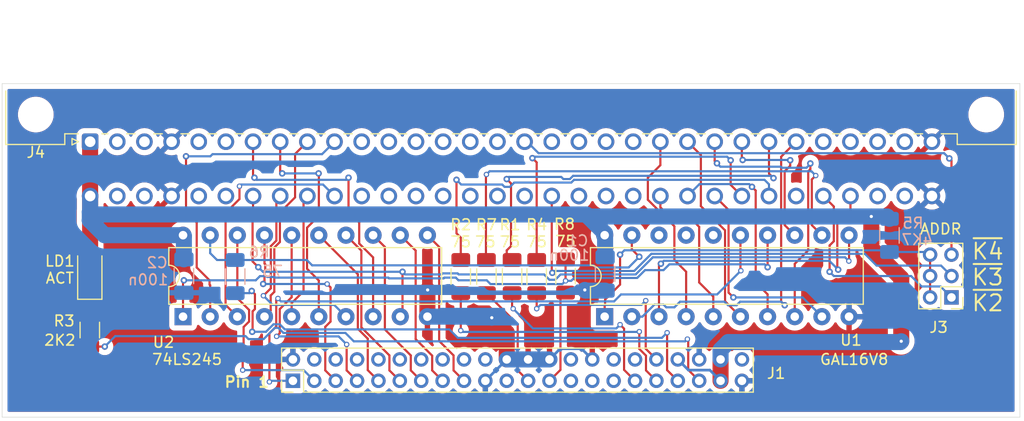
<source format=kicad_pcb>
(kicad_pcb (version 20240108) (generator "pcbnew") (generator_version "8.0")
  (layers (0 "F.Cu" signal) (31 "B.Cu" signal) (34 "B.Paste" user) (35 "F.Paste" user) (36 "B.SilkS" user "B.Silkscreen") (37 "F.SilkS" user "F.Silkscreen") (38 "B.Mask" user) (39 "F.Mask" user) (44 "Edge.Cuts" user))
  (net 0 "")
  (net 1 "GND")
  (net 2 "+5V")
  (net 3 "/A0")
  (net 4 "/R~{W}")
  (net 5 "/~{K4}")
  (net 6 "/A5")
  (net 7 "/A7")
  (net 8 "/A4")
  (net 9 "/A2")
  (net 10 "/~{K3}")
  (net 11 "/A6")
  (net 12 "/D0")
  (net 13 "/D4")
  (net 14 "/A1")
  (net 15 "/A9")
  (net 16 "/A8")
  (net 17 "/D7")
  (net 18 "/D5")
  (net 19 "/A3")
  (net 20 "/D2")
  (net 21 "/D3")
  (net 22 "/~{K2}")
  (net 23 "/D6")
  (net 24 "/D1")
  (net 25 "/BD0")
  (net 26 "/BD6")
  (net 27 "/BD4")
  (net 28 "/~{DIOR}")
  (net 29 "/BD1")
  (net 30 "/BD2")
  (net 31 "/BD5")
  (net 32 "/~{DIOW}")
  (net 33 "/BD7")
  (net 34 "/~{RST}")
  (net 35 "/BD3")
  (net 36 "/~{KX}")
  (net 39 "/~{KXD}")
  (net 59 "Net-(J1-DA2)")
  (net 67 "Net-(J1-~{DSAP})")
  (net 74 "Net-(J1-DA1)")
  (net 80 "Net-(J1-~{CS0})")
  (net 90 "Net-(J1-DA0)")
  (net 96 "/PHI2")
  (net 99 "Net-(LD1-K)")
  (net 100 "Net-(J1-~{DIOW})")
  (net 101 "Net-(J1-~{DIOR})")
  (footprint "Resistor_SMD:R_1206_3216Metric_Pad1.30x1.75mm_HandSolder" (layer "F.Cu") (at 131.5 66.4 -90)
    (property "Reference" "R8")
    (property "Value" "75")
  )
  (footprint "Package_DIP:DIP-20_W7.62mm" (layer "F.Cu") (at 95.72 70.2 90)
    (property "Reference" "U2")
    (property "Value" "74LS245")
  )
  (footprint "LED_SMD:LED_1206_3216Metric_Pad1.42x1.75mm_HandSolder" (layer "F.Cu") (at 87 66.1125 90)
    (property "Reference" "LD1")
    (property "Value" "ACT")
  )
  (footprint "Connector_PinHeader_2.00mm:PinHeader_2x03_P2.00mm_Vertical" (layer "F.Cu") (at 167.6 68.4 180)
    (property "Reference" "J3")
    (property "Value" "ADDR")
  )
  (footprint "Resistor_SMD:R_1206_3216Metric_Pad1.30x1.75mm_HandSolder" (layer "F.Cu") (at 124.1 66.45 -90)
    (property "Reference" "R7")
    (property "Value" "75")
  )
  (footprint "Resistor_SMD:R_1206_3216Metric_Pad1.30x1.75mm_HandSolder" (layer "F.Cu") (at 126.5 66.45 -90)
    (property "Reference" "R1")
    (property "Value" "75")
  )
  (footprint "Resistor_SMD:R_1206_3216Metric_Pad1.30x1.75mm_HandSolder" (layer "F.Cu") (at 87 71.45 -90)
    (property "Reference" "R3")
    (property "Value" "2K2")
  )
  (footprint "Package_DIP:DIP-20_W7.62mm" (layer "F.Cu") (at 135.16 70.2 90)
    (property "Reference" "U1")
    (property "Value" "GAL16V8")
  )
  (footprint "Resistor_SMD:R_1206_3216Metric_Pad1.30x1.75mm_HandSolder" (layer "F.Cu") (at 121.7 66.45 -90)
    (property "Reference" "R2")
    (property "Value" "75")
  )
  (footprint "Resistor_SMD:R_1206_3216Metric_Pad1.30x1.75mm_HandSolder" (layer "F.Cu") (at 128.8 66.45 90)
    (property "Reference" "R4")
    (property "Value" "75")
  )
  (footprint "Connector_DIN:DIN41612_C_2x32_Male_Horizontal_THT" (layer "F.Cu") (at 87.03 53.835)
    (property "Reference" "J4")
    (property "Value" "JC2_DIN41612_02x32_AC")
  )
  (footprint "Connector_PinHeader_2.00mm:PinHeader_2x22_P2.00mm_Vertical" (layer "F.Cu") (at 106 76.2 90)
    (property "Reference" "J1")
    (property "Value" "IDE-44_Header")
  )
  (footprint "Resistor_SMD:R_1206_3216Metric_Pad1.30x1.75mm_HandSolder" (layer "B.Cu") (at 100.6 66.45 -90)
    (property "Reference" "R6")
    (property "Value" "75")
  )
  (footprint "Capacitor_SMD:C_1206_3216Metric_Pad1.33x1.80mm_HandSolder" (layer "B.Cu") (at 135.2 66.2 -90)
    (property "Reference" "C1")
    (property "Value" "100n")
  )
  (footprint "Resistor_SMD:R_1206_3216Metric_Pad1.30x1.75mm_HandSolder" (layer "B.Cu") (at 161.8 62.6 90)
    (property "Reference" "R5")
    (property "Value" "4K7")
  )
  (footprint "Capacitor_SMD:C_1206_3216Metric_Pad1.33x1.80mm_HandSolder" (layer "B.Cu") (at 95.8 66.4 -90)
    (property "Reference" "C2")
    (property "Value" "100n")
  )
  (gr_line (start 174 48.4) (end 174 79.6) (stroke (width 0.05)) (layer "Edge.Cuts"))
  (gr_line (start 174 79.6) (end 78.8 79.6) (stroke (width 0.05)) (layer "Edge.Cuts"))
  (gr_line (start 78.8 48.4) (end 174 48.4) (stroke (width 0.05)) (layer "Edge.Cuts"))
  (gr_line (start 78.8 79.6) (end 78.8 48.4) (stroke (width 0.05)) (layer "Edge.Cuts"))
  (gr_text "~{K4}\n~{K3}\n~{K2}" (at 169.4 69.8 0) (layer "F.SilkS") (effects (font (size 1.5 1.5) (thickness 0.1875)) (justify left bottom)))
  (gr_text "Pin 1" (at 99.5 76.9 0) (layer "F.SilkS") (effects (font (size 1 1) (thickness 0.2) (bold yes)) (justify left bottom)))
  (segment (start 124.6 70.3) (end 126 71.7) (width 1.5) (layer "F.Cu") (net 1))
  (segment (start 118.58 70.2) (end 118.58 67.72) (width 1.5) (layer "F.Cu") (net 1))
  (segment (start 126 71.7) (end 126 74.2) (width 1.5) (layer "F.Cu") (net 1))
  (segment (start 118.58 67.72) (end 118.6 67.7) (width 1.5) (layer "F.Cu") (net 1))
  (via (at 118.6 67.7) (size 0.5) (drill 0.3) (layers "F.Cu" "B.Cu") (net 1))
  (via (at 133.3 67.7) (size 0.5) (drill 0.3) (layers "F.Cu" "B.Cu") (net 1))
  (via (at 124.6 70.3) (size 0.5) (drill 0.3) (layers "F.Cu" "B.Cu") (net 1))
  (segment (start 133 73.2) (end 134 74.2) (width 0.25) (layer "B.Cu") (net 1))
  (segment (start 118.58 70.2) (end 124.5 70.2) (width 1.5) (layer "B.Cu") (net 1))
  (segment (start 130 74.2) (end 131 73.2) (width 0.25) (layer "B.Cu") (net 1))
  (segment (start 131 73.2) (end 133 73.2) (width 0.25) (layer "B.Cu") (net 1))
  (segment (start 135.2 67.7625) (end 133.3625 67.7625) (width 1.5) (layer "B.Cu") (net 1))
  (segment (start 128 74.2) (end 130 74.2) (width 1.5) (layer "B.Cu") (net 1))
  (segment (start 124.5 70.2) (end 124.6 70.3) (width 1.5) (layer "B.Cu") (net 1))
  (segment (start 124 76.2) (end 126 74.2) (width 0.25) (layer "B.Cu") (net 1))
  (segment (start 133.3625 67.7625) (end 133.3 67.7) (width 1.5) (layer "B.Cu") (net 1))
  (segment (start 126 74.2) (end 128 74.2) (width 1.5) (layer "B.Cu") (net 1))
  (segment (start 87.03 64.595) (end 87 64.625) (width 1.5) (layer "F.Cu") (net 2))
  (segment (start 160.1 63.8) (end 160.1 60.83) (width 1.5) (layer "F.Cu") (net 2))
  (segment (start 146 76.2) (end 146 74.2) (width 1.5) (layer "F.Cu") (net 2))
  (segment (start 162.9 66.6) (end 160.1 63.8) (width 1.5) (layer "F.Cu") (net 2))
  (segment (start 87.03 58.915) (end 87.03 64.595) (width 1.5) (layer "F.Cu") (net 2))
  (segment (start 87.03 53.835) (end 87.03 58.915) (width 1.5) (layer "F.Cu") (net 2))
  (segment (start 162.9 72.5) (end 162.9 66.6) (width 1.5) (layer "F.Cu") (net 2))
  (via (at 160.1 60.83) (size 0.5) (drill 0.3) (layers "F.Cu" "B.Cu") (net 2))
  (via (at 162.9 72.5) (size 0.5) (drill 0.3) (layers "F.Cu" "B.Cu") (net 2))
  (segment (start 146 74.2) (end 146 73.3) (width 1.5) (layer "B.Cu") (net 2))
  (segment (start 146.725 72.575) (end 162.825 72.575) (width 1.5) (layer "B.Cu") (net 2))
  (segment (start 87 61.2) (end 87.56 60.64) (width 1.5) (layer "B.Cu") (net 2))
  (segment (start 95.8 64.8375) (end 95.8 62.66) (width 1.5) (layer "B.Cu") (net 2))
  (segment (start 161.58 60.83) (end 160.1 60.83) (width 1.5) (layer "B.Cu") (net 2))
  (segment (start 135.2 62.42) (end 135.16 62.38) (width 1.5) (layer "B.Cu") (net 2))
  (segment (start 161.8 61.05) (end 161.58 60.83) (width 1.5) (layer "B.Cu") (net 2))
  (segment (start 88.38 62.58) (end 87 61.2) (width 1.5) (layer "B.Cu") (net 2))
  (segment (start 133.61 60.83) (end 133.42 60.64) (width 1.5) (layer "B.Cu") (net 2))
  (segment (start 143 75.2) (end 145 75.2) (width 0.25) (layer "B.Cu") (net 2))
  (segment (start 162.825 72.575) (end 162.9 72.5) (width 1.5) (layer "B.Cu") (net 2))
  (segment (start 95.8 62.66) (end 95.72 62.58) (width 1.5) (layer "B.Cu") (net 2))
  (segment (start 145 75.2) (end 146 76.2) (width 0.25) (layer "B.Cu") (net 2))
  (segment (start 133.42 60.64) (end 135.16 62.38) (width 1.5) (layer "B.Cu") (net 2))
  (segment (start 87 61.2) (end 87 60.4) (width 1.5) (layer "B.Cu") (net 2))
  (segment (start 87 60.4) (end 87.03 60.37) (width 1.5) (layer "B.Cu") (net 2))
  (segment (start 95.72 62.58) (end 88.38 62.58) (width 1.5) (layer "B.Cu") (net 2))
  (segment (start 160.1 60.83) (end 133.61 60.83) (width 1.5) (layer "B.Cu") (net 2))
  (segment (start 87.56 60.64) (end 133.42 60.64) (width 1.5) (layer "B.Cu") (net 2))
  (segment (start 146 73.3) (end 146.725 72.575) (width 1.5) (layer "B.Cu") (net 2))
  (segment (start 87.03 60.37) (end 87.03 58.915) (width 1.5) (layer "B.Cu") (net 2))
  (segment (start 135.2 64.4) (end 135.2 62.42) (width 1.5) (layer "B.Cu") (net 2))
  (segment (start 142 74.2) (end 143 75.2) (width 0.25) (layer "B.Cu") (net 2))
  (segment (start 121.3 62.4) (end 121.7 62.8) (width 0.2) (layer "F.Cu") (net 3))
  (segment (start 121.3 57.4) (end 121.3 62.4) (width 0.2) (layer "F.Cu") (net 3))
  (segment (start 121.7 62.8) (end 121.7 64.9) (width 0.2) (layer "F.Cu") (net 3))
  (via (at 121.3 57.4) (size 0.6) (drill 0.3) (layers "F.Cu" "B.Cu") (net 3))
  (segment (start 121.74 57.84) (end 125.57528 57.84) (width 0.2) (layer "B.Cu") (net 3))
  (segment (start 150.111015 57.4) (end 150.53 57.818985) (width 0.2) (layer "B.Cu") (net 3))
  (segment (start 125.57528 57.84) (end 125.79528 58.06) (width 0.2) (layer "B.Cu") (net 3))
  (segment (start 132.294824 57.4) (end 150.111015 57.4) (width 0.2) (layer "B.Cu") (net 3))
  (segment (start 125.79528 58.06) (end 126.299877 58.06) (width 0.2) (layer "B.Cu") (net 3))
  (segment (start 132.037824 57.657) (end 132.294824 57.4) (width 0.2) (layer "B.Cu") (net 3))
  (segment (start 121.3 57.4) (end 121.74 57.84) (width 0.2) (layer "B.Cu") (net 3))
  (segment (start 150.53 57.818985) (end 150.53 58.915) (width 0.2) (layer "B.Cu") (net 3))
  (segment (start 126.299877 58.06) (end 126.702877 57.657) (width 0.2) (layer "B.Cu") (net 3))
  (segment (start 126.702877 57.657) (end 132.037824 57.657) (width 0.2) (layer "B.Cu") (net 3))
  (segment (start 156.92 61.48) (end 158.15 60.25) (width 0.2) (layer "F.Cu") (net 4))
  (segment (start 158.15 60.25) (end 158.15 58.915) (width 0.2) (layer "F.Cu") (net 4))
  (segment (start 140.24 70.2) (end 140.24 65.426753) (width 0.2) (layer "F.Cu") (net 4))
  (segment (start 157 65.8) (end 156.92 65.72) (width 0.2) (layer "F.Cu") (net 4))
  (segment (start 140.24 65.426753) (end 140.419753 65.247) (width 0.2) (layer "F.Cu") (net 4))
  (segment (start 156.92 65.72) (end 156.92 61.48) (width 0.2) (layer "F.Cu") (net 4))
  (via (at 140.419753 65.247) (size 0.6) (drill 0.3) (layers "F.Cu" "B.Cu") (net 4))
  (via (at 157 65.8) (size 0.6) (drill 0.3) (layers "F.Cu" "B.Cu") (net 4))
  (segment (start 140.419753 65.247) (end 140.692753 64.974) (width 0.2) (layer "B.Cu") (net 4))
  (segment (start 140.692753 64.974) (end 156.174 64.974) (width 0.2) (layer "B.Cu") (net 4))
  (segment (start 156.174 64.974) (end 157 65.8) (width 0.2) (layer "B.Cu") (net 4))
  (segment (start 167.6 64.4) (end 167.6 55.6) (width 0.2) (layer "F.Cu") (net 5))
  (segment (start 167.6 55.6) (end 167.4 55.4) (width 0.2) (layer "F.Cu") (net 5))
  (via (at 167.4 55.4) (size 0.6) (drill 0.3) (layers "F.Cu" "B.Cu") (net 5))
  (segment (start 167.4 55.4) (end 166.91 54.91) (width 0.2) (layer "B.Cu") (net 5))
  (segment (start 128.972376 54.91) (end 127.897376 53.835) (width 0.2) (layer "B.Cu") (net 5))
  (segment (start 166.91 54.91) (end 128.972376 54.91) (width 0.2) (layer "B.Cu") (net 5))
  (segment (start 152.94 65.26) (end 154.2 64) (width 0.2) (layer "F.Cu") (net 6))
  (segment (start 154.398668 56.401332) (end 154.398668 55.87) (width 0.2) (layer "F.Cu") (net 6))
  (segment (start 145.45 53.835) (end 145.45 55.638896) (width 0.2) (layer "F.Cu") (net 6))
  (segment (start 154.2 64) (end 154.2 56.6) (width 0.2) (layer "F.Cu") (net 6))
  (segment (start 152.94 70.2) (end 152.94 65.26) (width 0.2) (layer "F.Cu") (net 6))
  (segment (start 154.2 56.6) (end 154.398668 56.401332) (width 0.2) (layer "F.Cu") (net 6))
  (segment (start 145.45 55.638896) (end 145.663359 55.852255) (width 0.2) (layer "F.Cu") (net 6))
  (via (at 154.398668 55.87) (size 0.6) (drill 0.3) (layers "F.Cu" "B.Cu") (net 6))
  (via (at 145.663359 55.852255) (size 0.6) (drill 0.3) (layers "F.Cu" "B.Cu") (net 6))
  (segment (start 151.635448 56.173) (end 151.735448 56.273) (width 0.2) (layer "B.Cu") (net 6))
  (segment (start 145.984104 56.173) (end 151.635448 56.173) (width 0.2) (layer "B.Cu") (net 6))
  (segment (start 145.663359 55.852255) (end 145.984104 56.173) (width 0.2) (layer "B.Cu") (net 6))
  (segment (start 151.735448 56.273) (end 154.035448 56.273) (width 0.2) (layer "B.Cu") (net 6))
  (segment (start 154.398668 55.90978) (end 154.398668 55.87) (width 0.2) (layer "B.Cu") (net 6))
  (segment (start 154.035448 56.273) (end 154.398668 55.90978) (width 0.2) (layer "B.Cu") (net 6))
  (segment (start 144.157537 55.082537) (end 144.157537 59.861902) (width 0.2) (layer "F.Cu") (net 7))
  (segment (start 144.157537 59.861902) (end 146.42 62.124365) (width 0.2) (layer "F.Cu") (net 7))
  (segment (start 146.42 68.76) (end 147.86 70.2) (width 0.2) (layer "F.Cu") (net 7))
  (segment (start 146.42 62.124365) (end 146.42 68.76) (width 0.2) (layer "F.Cu") (net 7))
  (segment (start 142.91 53.835) (end 144.157537 55.082537) (width 0.2) (layer "F.Cu") (net 7))
  (segment (start 146.747 67.947) (end 147.2 68.4) (width 0.2) (layer "F.Cu") (net 8))
  (segment (start 145.45 58.915) (end 146.747 60.212) (width 0.2) (layer "F.Cu") (net 8))
  (segment (start 146.747 60.212) (end 146.747 67.947) (width 0.2) (layer "F.Cu") (net 8))
  (via (at 147.2 68.4) (size 0.6) (drill 0.3) (layers "F.Cu" "B.Cu") (net 8))
  (segment (start 153.68 68.4) (end 155.48 70.2) (width 0.2) (layer "B.Cu") (net 8))
  (segment (start 147.2 68.4) (end 153.68 68.4) (width 0.2) (layer "B.Cu") (net 8))
  (segment (start 147.99 58.915) (end 146.943375 57.868375) (width 0.2) (layer "F.Cu") (net 9))
  (segment (start 128.8 64.9) (end 128.8 55.77) (width 0.2) (layer "F.Cu") (net 9))
  (segment (start 146.943375 57.868375) (end 146.943375 55.573238) (width 0.2) (layer "F.Cu") (net 9))
  (segment (start 128.8 55.77) (end 128.4 55.37) (width 0.2) (layer "F.Cu") (net 9))
  (via (at 128.4 55.37) (size 0.6) (drill 0.3) (layers "F.Cu" "B.Cu") (net 9))
  (via (at 146.943375 55.573238) (size 0.6) (drill 0.3) (layers "F.Cu" "B.Cu") (net 9))
  (segment (start 128.533 55.237) (end 128.4 55.37) (width 0.2) (layer "B.Cu") (net 9))
  (segment (start 146.607137 55.237) (end 128.533 55.237) (width 0.2) (layer "B.Cu") (net 9))
  (segment (start 146.943375 55.573238) (end 146.607137 55.237) (width 0.2) (layer "B.Cu") (net 9))
  (segment (start 130.21 66.046485) (end 130.263515 66.1) (width 0.2) (layer "F.Cu") (net 10))
  (segment (start 130.21 58.915) (end 130.21 66.046485) (width 0.2) (layer "F.Cu") (net 10))
  (via (at 130.263515 66.1) (size 0.6) (drill 0.3) (layers "F.Cu" "B.Cu") (net 10))
  (segment (start 137.921529 65.927) (end 139.528529 64.32) (width 0.2) (layer "B.Cu") (net 10))
  (segment (start 160.6 65.425) (end 166.625 65.425) (width 0.2) (layer "B.Cu") (net 10))
  (segment (start 159.495 64.32) (end 160.6 65.425) (width 0.2) (layer "B.Cu") (net 10))
  (segment (start 139.528529 64.32) (end 159.495 64.32) (width 0.2) (layer "B.Cu") (net 10))
  (segment (start 130.436515 65.927) (end 137.921529 65.927) (width 0.2) (layer "B.Cu") (net 10))
  (segment (start 166.625 65.425) (end 167.6 66.4) (width 0.2) (layer "B.Cu") (net 10))
  (segment (start 130.263515 66.1) (end 130.436515 65.927) (width 0.2) (layer "B.Cu") (net 10))
  (segment (start 150.4 68.113) (end 150.4 70.2) (width 0.2) (layer "F.Cu") (net 11))
  (segment (start 149.287 67) (end 149.287 58.40624) (width 0.2) (layer "F.Cu") (net 11))
  (segment (start 149.287 67) (end 150.4 68.113) (width 0.2) (layer "F.Cu") (net 11))
  (segment (start 149.287 58.40624) (end 148.94038 58.05962) (width 0.2) (layer "F.Cu") (net 11))
  (via (at 148.94038 58.05962) (size 0.6) (drill 0.3) (layers "F.Cu" "B.Cu") (net 11))
  (segment (start 148.68076 57.8) (end 148.94038 58.05962) (width 0.2) (layer "B.Cu") (net 11))
  (segment (start 144.025 57.8) (end 148.68076 57.8) (width 0.2) (layer "B.Cu") (net 11))
  (segment (start 142.91 58.915) (end 144.025 57.8) (width 0.2) (layer "B.Cu") (net 11))
  (segment (start 158 64.8) (end 158.02 64.78) (width 0.2) (layer "F.Cu") (net 12))
  (segment (start 102.27 60.011015) (end 102.224779 60.056236) (width 0.2) (layer "F.Cu") (net 12))
  (segment (start 158.02 64.78) (end 158.02 62.58) (width 0.2) (layer "F.Cu") (net 12))
  (segment (start 158 65) (end 158 64.8) (width 0.2) (layer "F.Cu") (net 12))
  (segment (start 116.25 69.99) (end 116.25 66.002193) (width 0.2) (layer "F.Cu") (net 12))
  (segment (start 102.224779 60.056236) (end 102.224779 65.034829) (width 0.2) (layer "F.Cu") (net 12))
  (segment (start 102.224779 65.034829) (end 102.760143 65.570193) (width 0.2) (layer "F.Cu") (net 12))
  (segment (start 102.27 58.915) (end 102.27 60.011015) (width 0.2) (layer "F.Cu") (net 12))
  (via (at 158 65) (size 0.5) (drill 0.3) (layers "F.Cu" "B.Cu") (net 12))
  (via (at 102.760143 65.570193) (size 0.6) (drill 0.3) (layers "F.Cu" "B.Cu") (net 12))
  (via (at 116.25 66.002193) (size 0.6) (drill 0.3) (layers "F.Cu" "B.Cu") (net 12))
  (segment (start 121.400611 66.15) (end 119.99939 66.15) (width 0.2) (layer "B.Cu") (net 12))
  (segment (start 129.494276 66.25) (end 121.500611 66.25) (width 0.2) (layer "B.Cu") (net 12))
  (segment (start 116.497807 66.25) (end 116.25 66.002193) (width 0.2) (layer "B.Cu") (net 12))
  (segment (start 103.18995 66) (end 102.760143 65.570193) (width 0.2) (layer "B.Cu") (net 12))
  (segment (start 116.247807 66) (end 103.18995 66) (width 0.2) (layer "B.Cu") (net 12))
  (segment (start 129.994276 66.75) (end 129.494276 66.25) (width 0.2) (layer "B.Cu") (net 12))
  (segment (start 131.028754 66.254) (end 130.532754 66.75) (width 0.2) (layer "B.Cu") (net 12))
  (segment (start 138.056977 66.254) (end 131.028754 66.254) (width 0.2) (layer "B.Cu") (net 12))
  (segment (start 119.99939 66.15) (end 119.89939 66.25) (width 0.2) (layer "B.Cu") (net 12))
  (segment (start 130.532754 66.75) (end 129.994276 66.75) (width 0.2) (layer "B.Cu") (net 12))
  (segment (start 158 65) (end 157.647 64.647) (width 0.2) (layer "B.Cu") (net 12))
  (segment (start 119.89939 66.25) (end 116.497807 66.25) (width 0.2) (layer "B.Cu") (net 12))
  (segment (start 139.663977 64.647) (end 138.056977 66.254) (width 0.2) (layer "B.Cu") (net 12))
  (segment (start 121.500611 66.25) (end 121.400611 66.15) (width 0.2) (layer "B.Cu") (net 12))
  (segment (start 116.25 66.002193) (end 116.247807 66) (width 0.2) (layer "B.Cu") (net 12))
  (segment (start 157.647 64.647) (end 139.663977 64.647) (width 0.2) (layer "B.Cu") (net 12))
  (segment (start 105.88 68.933) (end 106.993 67.82) (width 0.2) (layer "F.Cu") (net 13))
  (segment (start 105.88 70.2) (end 105.88 68.933) (width 0.2) (layer "F.Cu") (net 13))
  (segment (start 106.993 67.82) (end 106.993 59.272) (width 0.2) (layer "F.Cu") (net 13))
  (segment (start 126 64) (end 126.4 63.6) (width 0.2) (layer "F.Cu") (net 14))
  (segment (start 126.4 63.6) (end 126.4 57.732499) (width 0.2) (layer "F.Cu") (net 14))
  (segment (start 150.53 53.835) (end 150.53 56.818133) (width 0.2) (layer "F.Cu") (net 14))
  (segment (start 126.4 57.732499) (end 125.997501 57.33) (width 0.2) (layer "F.Cu") (net 14))
  (segment (start 126 64.9) (end 126 64) (width 0.2) (layer "F.Cu") (net 14))
  (segment (start 150.53 56.818133) (end 150.95161 57.239743) (width 0.2) (layer "F.Cu") (net 14))
  (via (at 150.95161 57.239743) (size 0.6) (drill 0.3) (layers "F.Cu" "B.Cu") (net 14))
  (via (at 125.997501 57.33) (size 0.6) (drill 0.3) (layers "F.Cu" "B.Cu") (net 14))
  (segment (start 131.297624 57.33) (end 131.097624 57.13) (width 0.2) (layer "B.Cu") (net 14))
  (segment (start 150.95161 57.239743) (end 150.738867 57.027) (width 0.2) (layer "B.Cu") (net 14))
  (segment (start 126.197501 57.13) (end 125.997501 57.33) (width 0.2) (layer "B.Cu") (net 14))
  (segment (start 131.902376 57.33) (end 131.297624 57.33) (width 0.2) (layer "B.Cu") (net 14))
  (segment (start 150.738867 57.027) (end 132.205376 57.027) (width 0.2) (layer "B.Cu") (net 14))
  (segment (start 132.205376 57.027) (end 131.902376 57.33) (width 0.2) (layer "B.Cu") (net 14))
  (segment (start 131.097624 57.13) (end 126.197501 57.13) (width 0.2) (layer "B.Cu") (net 14))
  (segment (start 139.2 59.26528) (end 139.2 57.2) (width 0.2) (layer "F.Cu") (net 15))
  (segment (start 140.37 56.03) (end 140.37 53.835) (width 0.2) (layer "F.Cu") (net 15))
  (segment (start 141.68 64.9) (end 141.68 61.74528) (width 0.2) (layer "F.Cu") (net 15))
  (segment (start 142.78 66) (end 142.78 70.2) (width 0.2) (layer "F.Cu") (net 15))
  (segment (start 142.78 66) (end 141.68 64.9) (width 0.2) (layer "F.Cu") (net 15))
  (segment (start 139.2 57.2) (end 140.37 56.03) (width 0.2) (layer "F.Cu") (net 15))
  (segment (start 141.68 61.74528) (end 139.2 59.26528) (width 0.2) (layer "F.Cu") (net 15))
  (segment (start 144 67) (end 144 61.8) (width 0.2) (layer "F.Cu") (net 16))
  (segment (start 145.32 70.2) (end 145.32 68.32) (width 0.2) (layer "F.Cu") (net 16))
  (segment (start 145.32 68.32) (end 144 67) (width 0.2) (layer "F.Cu") (net 16))
  (segment (start 140.37 59.97) (end 140.37 58.915) (width 0.2) (layer "F.Cu") (net 16))
  (segment (start 142.8 60.6) (end 141 60.6) (width 0.2) (layer "F.Cu") (net 16))
  (segment (start 144 61.8) (end 142.8 60.6) (width 0.2) (layer "F.Cu") (net 16))
  (segment (start 141 60.6) (end 140.37 59.97) (width 0.2) (layer "F.Cu") (net 16))
  (segment (start 98.2 66.8) (end 98.2 67.2) (width 0.2) (layer "F.Cu") (net 17))
  (segment (start 97 65.6) (end 97 61.4) (width 0.2) (layer "F.Cu") (net 17))
  (segment (start 97 65.6) (end 98.2 66.8) (width 0.2) (layer "F.Cu") (net 17))
  (segment (start 98.2 67.2) (end 98.26 67.26) (width 0.2) (layer "F.Cu") (net 17))
  (segment (start 96 60.4) (end 96 55.2) (width 0.2) (layer "F.Cu") (net 17))
  (segment (start 98.26 67.26) (end 98.26 70.2) (width 0.2) (layer "F.Cu") (net 17))
  (segment (start 97 61.4) (end 96 60.4) (width 0.2) (layer "F.Cu") (net 17))
  (via (at 96 55.2) (size 0.6) (drill 0.3) (layers "F.Cu" "B.Cu") (net 17))
  (segment (start 98.280761 55.2) (end 98.480761 55) (width 0.2) (layer "B.Cu") (net 17))
  (segment (start 98.480761 55) (end 108.725 55) (width 0.2) (layer "B.Cu") (net 17))
  (segment (start 108.725 55) (end 109.89 53.835) (width 0.2) (layer "B.Cu") (net 17))
  (segment (start 96 55.2) (end 98.280761 55.2) (width 0.2) (layer "B.Cu") (net 17))
  (segment (start 103.92 68.218334) (end 104.258383 67.879951) (width 0.2) (layer "F.Cu") (net 18))
  (segment (start 106.2 59.04528) (end 106.2 54.985) (width 0.2) (layer "F.Cu") (net 18))
  (segment (start 104.78 63.217552) (end 104.78 60.46528) (width 0.2) (layer "F.Cu") (net 18))
  (segment (start 104.258383 67.879951) (end 104.258383 63.739169) (width 0.2) (layer "F.Cu") (net 18))
  (segment (start 104.78 60.46528) (end 106.2 59.04528) (width 0.2) (layer "F.Cu") (net 18))
  (segment (start 103.34 70.2) (end 103.92 69.62) (width 0.2) (layer "F.Cu") (net 18))
  (segment (start 104.258383 63.739169) (end 104.78 63.217552) (width 0.2) (layer "F.Cu") (net 18))
  (segment (start 103.92 69.62) (end 103.92 68.218334) (width 0.2) (layer "F.Cu") (net 18))
  (segment (start 106.2 54.985) (end 107.35 53.835) (width 0.2) (layer "F.Cu") (net 18))
  (segment (start 152.513745 56.086255) (end 152.513745 55.565108) (width 0.2) (layer "F.Cu") (net 19))
  (segment (start 147.99 53.835) (end 147.99 55.467524) (width 0.2) (layer "F.Cu") (net 19))
  (segment (start 152.94 62.58) (end 151.995 61.635) (width 0.2) (layer "F.Cu") (net 19))
  (segment (start 151.995 56.605) (end 152.513745 56.086255) (width 0.2) (layer "F.Cu") (net 19))
  (segment (start 151.995 61.635) (end 151.995 56.605) (width 0.2) (layer "F.Cu") (net 19))
  (segment (start 147.99 55.467524) (end 148.065476 55.543) (width 0.2) (layer "F.Cu") (net 19))
  (via (at 152.513745 55.565108) (size 0.6) (drill 0.3) (layers "F.Cu" "B.Cu") (net 19))
  (via (at 148.065476 55.543) (size 0.6) (drill 0.3) (layers "F.Cu" "B.Cu") (net 19))
  (segment (start 152.491637 55.543) (end 152.513745 55.565108) (width 0.2) (layer "B.Cu") (net 19))
  (segment (start 148.065476 55.543) (end 152.491637 55.543) (width 0.2) (layer "B.Cu") (net 19))
  (segment (start 104.452998 63.082106) (end 103.931383 63.603721) (width 0.2) (layer "F.Cu") (net 20))
  (segment (start 103.931383 67.547955) (end 103.24 68.239338) (width 0.2) (layer "F.Cu") (net 20))
  (segment (start 104.452998 59.272002) (end 104.452998 63.082106) (width 0.2) (layer "F.Cu") (net 20))
  (segment (start 103.931383 63.603721) (end 103.931383 67.547955) (width 0.2) (layer "F.Cu") (net 20))
  (via (at 103.24 68.239338) (size 0.5) (drill 0.3) (layers "F.Cu" "B.Cu") (net 20))
  (segment (start 104.100662 69.1) (end 103.24 68.239338) (width 0.2) (layer "B.Cu") (net 20))
  (segment (start 110.96 70.2) (end 109.86 69.1) (width 0.2) (layer "B.Cu") (net 20))
  (segment (start 109.86 69.1) (end 104.100662 69.1) (width 0.2) (layer "B.Cu") (net 20))
  (segment (start 108.4 60.8) (end 108.4 60.4) (width 0.2) (layer "F.Cu") (net 21))
  (segment (start 107.32 65.72) (end 107.32 61.88) (width 0.2) (layer "F.Cu") (net 21))
  (segment (start 107.32 65.72) (end 108.42 66.82) (width 0.2) (layer "F.Cu") (net 21))
  (segment (start 107.32 61.88) (end 108.4 60.8) (width 0.2) (layer "F.Cu") (net 21))
  (segment (start 108.4 60.4) (end 108.425 60.375) (width 0.2) (layer "F.Cu") (net 21))
  (segment (start 108.42 70.2) (end 108.42 66.82) (width 0.2) (layer "F.Cu") (net 21))
  (segment (start 104.81 56.61) (end 104.81 53.835) (width 0.2) (layer "F.Cu") (net 21))
  (segment (start 108.425 56.825) (end 108.4 56.8) (width 0.2) (layer "F.Cu") (net 21))
  (segment (start 108.425 60.375) (end 108.425 56.825) (width 0.2) (layer "F.Cu") (net 21))
  (segment (start 105 56.8) (end 104.81 56.61) (width 0.2) (layer "F.Cu") (net 21))
  (via (at 108.4 56.8) (size 0.6) (drill 0.3) (layers "F.Cu" "B.Cu") (net 21))
  (via (at 105 56.8) (size 0.6) (drill 0.3) (layers "F.Cu" "B.Cu") (net 21))
  (segment (start 108.4 56.8) (end 105 56.8) (width 0.2) (layer "B.Cu") (net 21))
  (segment (start 155.61 58.915) (end 156.593 59.898) (width 0.2) (layer "F.Cu") (net 22))
  (segment (start 156.2 63.537552) (end 156.2 66) (width 0.2) (layer "F.Cu") (net 22))
  (segment (start 156.593 63.144552) (end 156.2 63.537552) (width 0.2) (layer "F.Cu") (net 22))
  (segment (start 156.593 59.898) (end 156.593 63.144552) (width 0.2) (layer "F.Cu") (net 22))
  (via (at 156.2 66) (size 0.6) (drill 0.3) (layers "F.Cu" "B.Cu") (net 22))
  (segment (start 156.2 66) (end 156.6 66.4) (width 0.2) (layer "B.Cu") (net 22))
  (segment (start 163.825 66.4) (end 164.8 67.375) (width 0.2) (layer "B.Cu") (net 22))
  (segment (start 166.575 67.375) (end 167.6 68.4) (width 0.2) (layer "B.Cu") (net 22))
  (segment (start 156.6 66.4) (end 163.825 66.4) (width 0.2) (layer "B.Cu") (net 22))
  (segment (start 164.8 67.375) (end 166.575 67.375) (width 0.2) (layer "B.Cu") (net 22))
  (segment (start 99.7 60.5) (end 101 59.2) (width 0.2) (layer "F.Cu") (net 23))
  (segment (start 101 59.2) (end 101 58) (width 0.2) (layer "F.Cu") (net 23))
  (segment (start 99.7 69.1) (end 99.7 60.5) (width 0.2) (layer "F.Cu") (net 23))
  (segment (start 100.8 70.2) (end 99.7 69.1) (width 0.2) (layer "F.Cu") (net 23))
  (via (at 101 58) (size 0.5) (drill 0.3) (layers "F.Cu" "B.Cu") (net 23))
  (segment (start 101.16 57.84) (end 108.815 57.84) (width 0.2) (layer "B.Cu") (net 23))
  (segment (start 108.815 57.84) (end 109.89 58.915) (width 0.2) (layer "B.Cu") (net 23))
  (segment (start 101 58) (end 101.16 57.84) (width 0.2) (layer "B.Cu") (net 23))
  (segment (start 113.5 70.2) (end 113.5 64.657552) (width 0.2) (layer "F.Cu") (net 24))
  (segment (start 112.2 61.4) (end 111.2 60.4) (width 0.2) (layer "F.Cu") (net 24))
  (segment (start 111.2 60.4) (end 111.2 57.2) (width 0.2) (layer "F.Cu") (net 24))
  (segment (start 102.27 57.07) (end 102.27 53.835) (width 0.2) (layer "F.Cu") (net 24))
  (segment (start 112.2 63.357552) (end 112.2 61.4) (width 0.2) (layer "F.Cu") (net 24))
  (segment (start 102.4 57.2) (end 102.27 57.07) (width 0.2) (layer "F.Cu") (net 24))
  (segment (start 113.5 64.657552) (end 112.2 63.357552) (width 0.2) (layer "F.Cu") (net 24))
  (via (at 111.2 57.2) (size 0.6) (drill 0.3) (layers "F.Cu" "B.Cu") (net 24))
  (via (at 102.4 57.2) (size 0.6) (drill 0.3) (layers "F.Cu" "B.Cu") (net 24))
  (segment (start 110.999997 57.400003) (end 102.600003 57.400003) (width 0.2) (layer "B.Cu") (net 24))
  (segment (start 102.600003 57.400003) (end 102.4 57.2) (width 0.2) (layer "B.Cu") (net 24))
  (segment (start 111.2 57.2) (end 110.999997 57.400003) (width 0.2) (layer "B.Cu") (net 24))
  (segment (start 121.025 73.825) (end 121.025 75.225) (width 0.2) (layer "F.Cu") (net 25))
  (segment (start 121.025 75.225) (end 122 76.2) (width 0.2) (layer "F.Cu") (net 25))
  (segment (start 119.68 63.68) (end 119.68 72.48) (width 0.2) (layer "F.Cu") (net 25))
  (segment (start 118.58 62.58) (end 119.68 63.68) (width 0.2) (layer "F.Cu") (net 25))
  (segment (start 119.68 72.48) (end 121.025 73.825) (width 0.2) (layer "F.Cu") (net 25))
  (segment (start 103.34 67.01638) (end 103.216 67.14038) (width 0.2) (layer "F.Cu") (net 26))
  (segment (start 109.025 71.150635) (end 109.52 70.655635) (width 0.2) (layer "F.Cu") (net 26))
  (segment (start 103.410143 65.839432) (end 103.34 65.909575) (width 0.2) (layer "F.Cu") (net 26))
  (segment (start 103.34 65.230811) (end 103.410143 65.300954) (width 0.2) (layer "F.Cu") (net 26))
  (segment (start 110 76.2) (end 109.025 75.225) (width 0.2) (layer "F.Cu") (net 26))
  (segment (start 103.410143 65.300954) (end 103.410143 65.839432) (width 0.2) (layer "F.Cu") (net 26))
  (segment (start 103.34 62.58) (end 103.34 65.230811) (width 0.2) (layer "F.Cu") (net 26))
  (segment (start 109.52 67.466) (end 109.2 67.146) (width 0.2) (layer "F.Cu") (net 26))
  (segment (start 109.52 70.655635) (end 109.52 67.466) (width 0.2) (layer "F.Cu") (net 26))
  (segment (start 103.34 65.909575) (end 103.34 67.01638) (width 0.2) (layer "F.Cu") (net 26))
  (segment (start 109.025 75.225) (end 109.025 71.150635) (width 0.2) (layer "F.Cu") (net 26))
  (via (at 103.216 67.14038) (size 0.6) (drill 0.3) (layers "F.Cu" "B.Cu") (net 26))
  (via (at 109.2 67.146) (size 0.5) (drill 0.3) (layers "F.Cu" "B.Cu") (net 26))
  (segment (start 109.2 67.146) (end 103.22162 67.146) (width 0.2) (layer "B.Cu") (net 26))
  (segment (start 103.22162 67.146) (end 103.216 67.14038) (width 0.2) (layer "B.Cu") (net 26))
  (segment (start 108.42 62.58) (end 112.073 66.233) (width 0.2) (layer "F.Cu") (net 27))
  (segment (start 113 72.262448) (end 113 75.2) (width 0.2) (layer "F.Cu") (net 27))
  (segment (start 112.073 66.233) (end 112.073 71.335448) (width 0.2) (layer "F.Cu") (net 27))
  (segment (start 112.073 71.335448) (end 113 72.262448) (width 0.2) (layer "F.Cu") (net 27))
  (segment (start 113 75.2) (end 114 76.2) (width 0.2) (layer "F.Cu") (net 27))
  (segment (start 95.72 66.88) (end 95.72 70.2) (width 0.2) (layer "F.Cu") (net 28))
  (segment (start 150.4 62.58) (end 150.4 65.574) (width 0.2) (layer "F.Cu") (net 28))
  (segment (start 131.5 64.85) (end 131.5 66.85) (width 0.2) (layer "F.Cu") (net 28))
  (segment (start 95.8 66.8) (end 95.72 66.88) (width 0.2) (layer "F.Cu") (net 28))
  (via (at 150.4 65.574) (size 0.6) (drill 0.3) (layers "F.Cu" "B.Cu") (net 28))
  (via (at 131.5 66.85) (size 0.5) (drill 0.3) (layers "F.Cu" "B.Cu") (net 28))
  (via (at 95.8 66.8) (size 0.6) (drill 0.3) (layers "F.Cu" "B.Cu") (net 28))
  (segment (start 103.518376 66.41038) (end 103.598376 66.49038) (width 0.2) (layer "B.Cu") (net 28))
  (segment (start 138.934 65.847) (end 140.668282 65.847) (width 0.2) (layer "B.Cu") (net 28))
  (segment (start 114.994429 66.619) (end 120.096075 66.619) (width 0.2) (layer "B.Cu") (net 28))
  (segment (start 141.214282 65.301) (end 150.127 65.301) (width 0.2) (layer "B.Cu") (net 28))
  (segment (start 102.524004 66.8) (end 102.913624 66.41038) (width 0.2) (layer "B.Cu") (net 28))
  (segment (start 124.13 66.8) (end 124.48 67.15) (width 0.2) (layer "B.Cu") (net 28))
  (segment (start 131.5 66.85) (end 132.031 66.85) (width 0.2) (layer "B.Cu") (net 28))
  (segment (start 104.259239 66.49038) (end 104.318859 66.55) (width 0.2) (layer "B.Cu") (net 28))
  (segment (start 120.165075 66.55) (end 121.234925 66.55) (width 0.2) (layer "B.Cu") (net 28))
  (segment (start 102.913624 66.41038) (end 103.518376 66.41038) (width 0.2) (layer "B.Cu") (net 28))
  (segment (start 121.234925 66.55) (end 121.484925 66.8) (width 0.2) (layer "B.Cu") (net 28))
  (segment (start 104.318859 66.55) (end 114.925429 66.55) (width 0.2) (layer "B.Cu") (net 28))
  (segment (start 138.2 66.581) (end 138.934 65.847) (width 0.2) (layer "B.Cu") (net 28))
  (segment (start 120.096075 66.619) (end 120.165075 66.55) (width 0.2) (layer "B.Cu") (net 28))
  (segment (start 132.3 66.581) (end 138.2 66.581) (width 0.2) (layer "B.Cu") (net 28))
  (segment (start 95.8 66.8) (end 102.524004 66.8) (width 0.2) (layer "B.Cu") (net 28))
  (segment (start 132.031 66.85) (end 132.3 66.581) (width 0.2) (layer "B.Cu") (net 28))
  (segment (start 114.925429 66.55) (end 114.994429 66.619) (width 0.2) (layer "B.Cu") (net 28))
  (segment (start 150.127 65.301) (end 150.4 65.574) (width 0.2) (layer "B.Cu") (net 28))
  (segment (start 140.668282 65.847) (end 141.214282 65.301) (width 0.2) (layer "B.Cu") (net 28))
  (segment (start 103.598376 66.49038) (end 104.259239 66.49038) (width 0.2) (layer "B.Cu") (net 28))
  (segment (start 131.5 66.85) (end 131.2 67.15) (width 0.2) (layer "B.Cu") (net 28))
  (segment (start 124.48 67.15) (end 131.2 67.15) (width 0.2) (layer "B.Cu") (net 28))
  (segment (start 121.484925 66.8) (end 124.13 66.8) (width 0.2) (layer "B.Cu") (net 28))
  (segment (start 119.025 75.225) (end 120 76.2) (width 0.2) (layer "F.Cu") (net 29))
  (segment (start 116.04 62.58) (end 117.48 64.02) (width 0.2) (layer "F.Cu") (net 29))
  (segment (start 117.48 72.301141) (end 119.025 73.846141) (width 0.2) (layer "F.Cu") (net 29))
  (segment (start 119.025 73.846141) (end 119.025 75.225) (width 0.2) (layer "F.Cu") (net 29))
  (segment (start 117.48 64.02) (end 117.48 72.301141) (width 0.2) (layer "F.Cu") (net 29))
  (segment (start 113.5 62.58) (end 114.6 63.68) (width 0.2) (layer "F.Cu") (net 30))
  (segment (start 114.6 63.68) (end 114.6 71.4) (width 0.2) (layer "F.Cu") (net 30))
  (segment (start 114.6 71.4) (end 117.025 73.825) (width 0.2) (layer "F.Cu") (net 30))
  (segment (start 117.025 75.225) (end 118 76.2) (width 0.2) (layer "F.Cu") (net 30))
  (segment (start 117.025 73.825) (end 117.025 75.225) (width 0.2) (layer "F.Cu") (net 30))
  (segment (start 104.767 71.752749) (end 104.474231 72.045518) (width 0.2) (layer "F.Cu") (net 31))
  (segment (start 112 76.2) (end 111.025 75.225) (width 0.2) (layer "F.Cu") (net 31))
  (segment (start 105.88 68.382448) (end 104.767 69.495448) (width 0.2) (layer "F.Cu") (net 31))
  (segment (start 111.025 75.225) (end 111.025 72.8) (width 0.2) (layer "F.Cu") (net 31))
  (segment (start 104.767 69.495448) (end 104.767 71.752749) (width 0.2) (layer "F.Cu") (net 31))
  (segment (start 105.88 62.58) (end 105.88 68.382448) (width 0.2) (layer "F.Cu") (net 31))
  (via (at 104.474231 72.045518) (size 0.5) (drill 0.3) (layers "F.Cu" "B.Cu") (net 31))
  (via (at 111.025 72.8) (size 0.5) (drill 0.3) (layers "F.Cu" "B.Cu") (net 31))
  (segment (start 110.270518 72.045518) (end 111.025 72.8) (width 0.2) (layer "B.Cu") (net 31))
  (segment (start 104.474231 72.045518) (end 110.270518 72.045518) (width 0.2) (layer "B.Cu") (net 31))
  (segment (start 124.055 64.855) (end 124.055 56.945) (width 0.2) (layer "F.Cu") (net 32))
  (segment (start 154.535 57.365) (end 154.535 61.635) (width 0.2) (layer "F.Cu") (net 32))
  (segment (start 154.535 61.635) (end 155.48 62.58) (width 0.2) (layer "F.Cu") (net 32))
  (segment (start 124.055 56.945) (end 124.1 56.9) (width 0.2) (layer "F.Cu") (net 32))
  (segment (start 154.9 57) (end 154.535 57.365) (width 0.2) (layer "F.Cu") (net 32))
  (via (at 124.1 56.9) (size 0.5) (drill 0.3) (layers "F.Cu" "B.Cu") (net 32))
  (via (at 154.9 57) (size 0.5) (drill 0.3) (layers "F.Cu" "B.Cu") (net 32))
  (segment (start 124.4 56.6) (end 154.5 56.6) (width 0.2) (layer "B.Cu") (net 32))
  (segment (start 154.5 56.6) (end 154.9 57) (width 0.2) (layer "B.Cu") (net 32))
  (segment (start 124.1 56.9) (end 124.4 56.6) (width 0.2) (layer "B.Cu") (net 32))
  (segment (start 101.9 69.571675) (end 101.9 70.655635) (width 0.2) (layer "F.Cu") (net 33))
  (segment (start 101.9 70.655635) (end 101.387845 71.16779) (width 0.2) (layer "F.Cu") (net 33))
  (segment (start 100.8 68.471675) (end 101.9 69.571675) (width 0.2) (layer "F.Cu") (net 33))
  (segment (start 101.3 75.2) (end 101.3 72.917744) (width 0.2) (layer "F.Cu") (net 33))
  (segment (start 101.387845 71.16779) (end 101.387845 72.829899) (width 0.2) (layer "F.Cu") (net 33))
  (segment (start 101.3 72.917744) (end 101.387845 72.829899) (width 0.2) (layer "F.Cu") (net 33))
  (segment (start 100.8 62.58) (end 100.8 68.471675) (width 0.2) (layer "F.Cu") (net 33))
  (via (at 101.3 75.2) (size 0.5) (drill 0.3) (layers "F.Cu" "B.Cu") (net 33))
  (segment (start 108 76.2) (end 107 75.2) (width 0.2) (layer "B.Cu") (net 33))
  (segment (start 107 75.2) (end 101.3 75.2) (width 0.2) (layer "B.Cu") (net 33))
  (segment (start 104.44 68.66) (end 104.6 68.5) (width 0.2) (layer "F.Cu") (net 34))
  (segment (start 103.8 76.3) (end 103.8 71.758083) (width 0.2) (layer "F.Cu") (net 34))
  (segment (start 103.8 71.758083) (end 104.44 71.118083) (width 0.2) (layer "F.Cu") (net 34))
  (segment (start 147.86 65.86) (end 147.9 65.9) (width 0.2) (layer "F.Cu") (net 34))
  (segment (start 147.86 62.58) (end 147.86 65.86) (width 0.2) (layer "F.Cu") (net 34))
  (segment (start 104.44 71.118083) (end 104.44 68.66) (width 0.2) (layer "F.Cu") (net 34))
  (via (at 104.6 68.5) (size 0.5) (drill 0.3) (layers "F.Cu" "B.Cu") (net 34))
  (via (at 147.9 65.9) (size 0.5) (drill 0.3) (layers "F.Cu" "B.Cu") (net 34))
  (via (at 103.8 76.3) (size 0.5) (drill 0.3) (layers "F.Cu" "B.Cu") (net 34))
  (segment (start 147.9 65.9) (end 145.68 68.12) (width 0.2) (layer "B.Cu") (net 34))
  (segment (start 145.68 68.12) (end 136.689744 68.12) (width 0.2) (layer "B.Cu") (net 34))
  (segment (start 104.873 68.773) (end 136.036744 68.773) (width 0.2) (layer "B.Cu") (net 34))
  (segment (start 103.8 76.3) (end 103.9 76.2) (width 0.2) (layer "B.Cu") (net 34))
  (segment (start 103.9 76.2) (end 106 76.2) (width 0.2) (layer "B.Cu") (net 34))
  (segment (start 104.873 68.773) (end 104.6 68.5) (width 0.2) (layer "B.Cu") (net 34))
  (segment (start 136.689744 68.12) (end 136.036744 68.773) (width 0.2) (layer "B.Cu") (net 34))
  (segment (start 115.025 73.825) (end 115.025 75.225) (width 0.2) (layer "F.Cu") (net 35))
  (segment (start 110.96 62.58) (end 112.4 64.02) (width 0.2) (layer "F.Cu") (net 35))
  (segment (start 115.025 75.225) (end 116 76.2) (width 0.2) (layer "F.Cu") (net 35))
  (segment (start 112.4 64.02) (end 112.4 71.2) (width 0.2) (layer "F.Cu") (net 35))
  (segment (start 112.4 71.2) (end 115.025 73.825) (width 0.2) (layer "F.Cu") (net 35))
  (segment (start 165.6 68.4) (end 165.6 66.4) (width 0.2) (layer "F.Cu") (net 36))
  (segment (start 135.16 69.04) (end 135.16 70.2) (width 0.2) (layer "F.Cu") (net 36))
  (segment (start 136.6 67.2) (end 135.2 68.6) (width 0.2) (layer "F.Cu") (net 36))
  (segment (start 135.2 68.6) (end 135.2 69) (width 0.2) (layer "F.Cu") (net 36))
  (segment (start 135.2 69) (end 135.16 69.04) (width 0.2) (layer "F.Cu") (net 36))
  (segment (start 136.6 64.4) (end 136.6 67.2) (width 0.2) (layer "F.Cu") (net 36))
  (segment (start 165.6 66.4) (end 165.6 64.4) (width 0.2) (layer "F.Cu") (net 36))
  (via (at 136.6 64.4) (size 0.6) (drill 0.3) (layers "F.Cu" "B.Cu") (net 36))
  (segment (start 161.8 64.15) (end 165.35 64.15) (width 0.2) (layer "B.Cu") (net 36))
  (segment (start 161.643 63.993) (end 137.007 63.993) (width 0.2) (layer "B.Cu") (net 36))
  (segment (start 137.007 63.993) (end 136.6 64.4) (width 0.2) (layer "B.Cu") (net 36))
  (segment (start 137.7 63.9) (end 138.4 64.6) (width 0.2) (layer "F.Cu") (net 39))
  (segment (start 137.7 62.58) (end 137.7 63.9) (width 0.2) (layer "F.Cu") (net 39))
  (via (at 138.4 64.6) (size 0.6) (drill 0.3) (layers "F.Cu" "B.Cu") (net 39))
  (segment (start 107.3 64.9) (end 100.6 64.9) (width 0.2) (layer "B.Cu") (net 39))
  (segment (start 137.4 65.6) (end 134.315256 65.6) (width 0.2) (layer "B.Cu") (net 39))
  (segment (start 98.26 64.26) (end 98.26 62.58) (width 0.2) (layer "B.Cu") (net 39))
  (segment (start 100.6 64.9) (end 98.9 64.9) (width 0.2) (layer "B.Cu") (net 39))
  (segment (start 107.8 65.4) (end 107.3 64.9) (width 0.2) (layer "B.Cu") (net 39))
  (segment (start 98.9 64.9) (end 98.26 64.26) (width 0.2) (layer "B.Cu") (net 39))
  (segment (start 138.4 64.6) (end 137.4 65.6) (width 0.2) (layer "B.Cu") (net 39))
  (segment (start 134.315256 65.6) (end 134.115256 65.4) (width 0.2) (layer "B.Cu") (net 39))
  (segment (start 134.115256 65.4) (end 107.8 65.4) (width 0.2) (layer "B.Cu") (net 39))
  (segment (start 139 68.7) (end 139 73.2) (width 0.2) (layer "F.Cu") (net 59))
  (segment (start 139 73.2) (end 140 74.2) (width 0.2) (layer "F.Cu") (net 59))
  (segment (start 128.8 68) (end 128.8 69.453) (width 0.2) (layer "F.Cu") (net 59))
  (via (at 128.8 69.453) (size 0.5) (drill 0.3) (layers "F.Cu" "B.Cu") (net 59))
  (via (at 139 68.7) (size 0.5) (drill 0.3) (layers "F.Cu" "B.Cu") (net 59))
  (segment (start 139 68.7) (end 138.6 69.1) (width 0.2) (layer "B.Cu") (net 59))
  (segment (start 138.6 69.1) (end 129.153 69.1) (width 0.2) (layer "B.Cu") (net 59))
  (segment (start 129.153 69.1) (end 128.8 69.453) (width 0.2) (layer "B.Cu") (net 59))
  (segment (start 142.975 72.375) (end 142.975 75.175) (width 0.2) (layer "F.Cu") (net 67))
  (segment (start 142.9 72.3) (end 142.975 72.375) (width 0.2) (layer "F.Cu") (net 67))
  (segment (start 88.4 73) (end 87 73) (width 0.2) (layer "F.Cu") (net 67))
  (segment (start 142.975 75.175) (end 144 76.2) (width 0.2) (layer "F.Cu") (net 67))
  (via (at 88.4 73) (size 0.6) (drill 0.3) (layers "F.Cu" "B.Cu") (net 67))
  (via (at 142.9 72.3) (size 0.5) (drill 0.3) (layers "F.Cu" "B.Cu") (net 67))
  (segment (start 101.842941 72.298518) (end 101.564423 72.02) (width 0.2) (layer "B.Cu") (net 67))
  (segment (start 89.38 72.02) (end 88.4 73) (width 0.2) (layer "B.Cu") (net 67))
  (segment (start 111.693666 72.507) (end 110.905184 71.718518) (width 0.2) (layer "B.Cu") (net 67))
  (segment (start 105.108896 71.718518) (end 104.632263 71.241885) (width 0.2) (layer "B.Cu") (net 67))
  (segment (start 104.316198 71.241885) (end 103.259565 72.298518) (width 0.2) (layer "B.Cu") (net 67))
  (segment (start 142.9 72.3) (end 142.693 72.507) (width 0.2) (layer "B.Cu") (net 67))
  (segment (start 142.693 72.507) (end 111.693666 72.507) (width 0.2) (layer "B.Cu") (net 67))
  (segment (start 103.259565 72.298518) (end 101.842941 72.298518) (width 0.2) (layer "B.Cu") (net 67))
  (segment (start 101.564423 72.02) (end 89.38 72.02) (width 0.2) (layer "B.Cu") (net 67))
  (segment (start 104.632263 71.241885) (end 104.316198 71.241885) (width 0.2) (layer "B.Cu") (net 67))
  (segment (start 110.905184 71.718518) (end 105.108896 71.718518) (width 0.2) (layer "B.Cu") (net 67))
  (segment (start 136.975 75.175) (end 136.975 71.322) (width 0.2) (layer "F.Cu") (net 74))
  (segment (start 126.5 68) (end 126.5 69.353) (width 0.2) (layer "F.Cu") (net 74))
  (segment (start 138 76.2) (end 136.975 75.175) (width 0.2) (layer "F.Cu") (net 74))
  (segment (start 126.5 69.353) (end 126.6 69.453) (width 0.2) (layer "F.Cu") (net 74))
  (segment (start 136.975 71.322) (end 136.6 70.947) (width 0.2) (layer "F.Cu") (net 74))
  (via (at 136.6 70.947) (size 0.5) (drill 0.3) (layers "F.Cu" "B.Cu") (net 74))
  (via (at 126.6 69.453) (size 0.5) (drill 0.3) (layers "F.Cu" "B.Cu") (net 74))
  (segment (start 136.247 71.3) (end 128.447 71.3) (width 0.2) (layer "B.Cu") (net 74))
  (segment (start 128.447 71.3) (end 126.6 69.453) (width 0.2) (layer "B.Cu") (net 74))
  (segment (start 136.6 70.947) (end 136.247 71.3) (width 0.2) (layer "B.Cu") (net 74))
  (segment (start 102.447154 68.096941) (end 102.447154 69.486969) (width 0.2) (layer "F.Cu") (net 80))
  (segment (start 102.145834 67.795621) (end 102.447154 68.096941) (width 0.2) (layer "F.Cu") (net 80))
  (segment (start 102.227 71.578175) (end 102.190987 71.614188) (width 0.2) (layer "F.Cu") (net 80))
  (segment (start 141 71.7) (end 141 75.2) (width 0.2) (layer "F.Cu") (net 80))
  (segment (start 102.447154 69.486969) (end 102.227 69.707123) (width 0.2) (layer "F.Cu") (net 80))
  (segment (start 102.227 69.707123) (end 102.227 71.578175) (width 0.2) (layer "F.Cu") (net 80))
  (segment (start 141 75.2) (end 142 76.2) (width 0.2) (layer "F.Cu") (net 80))
  (via (at 102.190987 71.614188) (size 0.6) (drill 0.3) (layers "F.Cu" "B.Cu") (net 80))
  (via (at 141 71.7) (size 0.5) (drill 0.3) (layers "F.Cu" "B.Cu") (net 80))
  (via (at 102.145834 67.795621) (size 0.6) (drill 0.3) (layers "F.Cu" "B.Cu") (net 80))
  (segment (start 101.941455 68) (end 102.145834 67.795621) (width 0.2) (layer "B.Cu") (net 80))
  (segment (start 120.629852 71.391518) (end 105.244344 71.391518) (width 0.2) (layer "B.Cu") (net 80))
  (segment (start 100.6 68) (end 101.941455 68) (width 0.2) (layer "B.Cu") (net 80))
  (segment (start 104.767711 70.914885) (end 104.18075 70.914885) (width 0.2) (layer "B.Cu") (net 80))
  (segment (start 103.481447 71.614188) (end 102.190987 71.614188) (width 0.2) (layer "B.Cu") (net 80))
  (segment (start 104.18075 70.914885) (end 103.481447 71.614188) (width 0.2) (layer "B.Cu") (net 80))
  (segment (start 121.418334 72.18) (end 120.629852 71.391518) (width 0.2) (layer "B.Cu") (net 80))
  (segment (start 141 71.7) (end 140.52 72.18) (width 0.2) (layer "B.Cu") (net 80))
  (segment (start 105.244344 71.391518) (end 104.767711 70.914885) (width 0.2) (layer "B.Cu") (net 80))
  (segment (start 140.52 72.18) (end 121.418334 72.18) (width 0.2) (layer "B.Cu") (net 80))
  (segment (start 139.025 73.846141) (end 139.025 75.225) (width 0.2) (layer "F.Cu") (net 90))
  (segment (start 138.4 71.6) (end 138.4 73.221141) (width 0.2) (layer "F.Cu") (net 90))
  (segment (start 138.4 73.221141) (end 139.025 73.846141) (width 0.2) (layer "F.Cu") (net 90))
  (segment (start 139.025 75.225) (end 140 76.2) (width 0.2) (layer "F.Cu") (net 90))
  (segment (start 121.7 68) (end 121.7 71.5) (width 0.2) (layer "F.Cu") (net 90))
  (via (at 138.4 71.6) (size 0.5) (drill 0.3) (layers "F.Cu" "B.Cu") (net 90))
  (via (at 121.7 71.5) (size 0.5) (drill 0.3) (layers "F.Cu" "B.Cu") (net 90))
  (segment (start 121.827 71.627) (end 138.373 71.627) (width 0.2) (layer "B.Cu") (net 90))
  (segment (start 121.7 71.5) (end 121.827 71.627) (width 0.2) (layer "B.Cu") (net 90))
  (segment (start 138.373 71.627) (end 138.4 71.6) (width 0.2) (layer "B.Cu") (net 90))
  (segment (start 151.668 68.798) (end 152 69.13) (width 0.2) (layer "F.Cu") (net 96))
  (segment (start 151.668 55.237) (end 151.668 68.798) (width 0.2) (layer "F.Cu") (net 96))
  (segment (start 153.07 53.835) (end 151.668 55.237) (width 0.2) (layer "F.Cu") (net 96))
  (via (at 152 69.13) (size 0.6) (drill 0.3) (layers "F.Cu" "B.Cu") (net 96))
  (segment (start 142.209708 68.8) (end 146.367624 68.8) (width 0.2) (layer "B.Cu") (net 96))
  (segment (start 147.832376 68.8) (end 151.67 68.8) (width 0.2) (layer "B.Cu") (net 96))
  (segment (start 151.67 68.8) (end 152 69.13) (width 0.2) (layer "B.Cu") (net 96))
  (segment (start 140.647635 69.052) (end 140.921006 69.325371) (width 0.2) (layer "B.Cu") (net 96))
  (segment (start 139.832365 69.052) (end 140.647635 69.052) (width 0.2) (layer "B.Cu") (net 96))
  (segment (start 146.367624 68.8) (end 146.697624 69.13) (width 0.2) (layer "B.Cu") (net 96))
  (segment (start 138.684365 70.2) (end 139.832365 69.052) (width 0.2) (layer "B.Cu") (net 96))
  (segment (start 137.7 70.2) (end 138.684365 70.2) (width 0.2) (layer "B.Cu") (net 96))
  (segment (start 146.697624 69.13) (end 147.502376 69.13) (width 0.2) (layer "B.Cu") (net 96))
  (segment (start 140.921006 69.325371) (end 141.684337 69.325371) (width 0.2) (layer "B.Cu") (net 96))
  (segment (start 147.502376 69.13) (end 147.832376 68.8) (width 0.2) (layer "B.Cu") (net 96))
  (segment (start 141.684337 69.325371) (end 142.209708 68.8) (width 0.2) (layer "B.Cu") (net 96))
  (segment (start 87 69.9) (end 87 67.6) (width 0.2) (layer "F.Cu") (net 99))
  (segment (start 128 76.2) (end 127.025 75.225) (width 0.2) (layer "F.Cu") (net 100))
  (segment (start 127.025 75.225) (end 127.025 70.925) (width 0.2) (layer "F.Cu") (net 100))
  (segment (start 127.025 70.925) (end 124.1 68) (width 0.2) (layer "F.Cu") (net 100))
  (segment (start 130 76.2) (end 131.025 75.175) (width 0.2) (layer "F.Cu") (net 101))
  (segment (start 131.025 75.175) (end 131.025 68.425) (width 0.2) (layer "F.Cu") (net 101))
  (zone (net 1) (net_name "GND") (layer "F.Cu") (priority 1) (connect_pads (clearance 0.5)) (min_thickness 0.25) (fill yes (thermal_gap 0.5) (thermal_bridge_width 0.5))
    (polygon (pts (xy 78.6 48.2) (xy 174.4 48.2) (xy 174.4 80) (xy 78.8 79.8)))
  )
  (zone (net 1) (net_name "GND") (layer "B.Cu") (connect_pads (clearance 0.5)) (min_thickness 0.25) (fill yes (thermal_gap 0.5) (thermal_bridge_width 0.5))
    (polygon (pts (xy 78.6 48.2) (xy 174.4 48.2) (xy 174.4 80) (xy 78.8 79.8)))
  )
)
</source>
